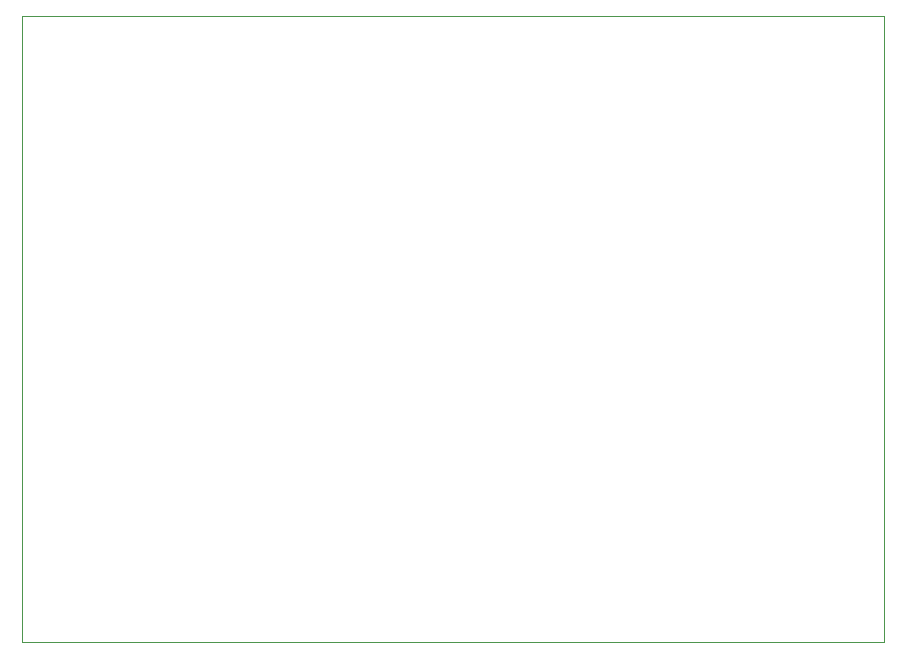
<source format=gbr>
%TF.GenerationSoftware,KiCad,Pcbnew,8.0.2*%
%TF.CreationDate,2024-10-13T21:39:52+02:00*%
%TF.ProjectId,OS-RelayDecoder-8,4f532d52-656c-4617-9944-65636f646572,rev?*%
%TF.SameCoordinates,Original*%
%TF.FileFunction,Profile,NP*%
%FSLAX46Y46*%
G04 Gerber Fmt 4.6, Leading zero omitted, Abs format (unit mm)*
G04 Created by KiCad (PCBNEW 8.0.2) date 2024-10-13 21:39:52*
%MOMM*%
%LPD*%
G01*
G04 APERTURE LIST*
%TA.AperFunction,Profile*%
%ADD10C,0.100000*%
%TD*%
G04 APERTURE END LIST*
D10*
X46500000Y-76500000D02*
X119500000Y-76500000D01*
X119500000Y-129500000D01*
X46500000Y-129500000D01*
X46500000Y-76500000D01*
M02*

</source>
